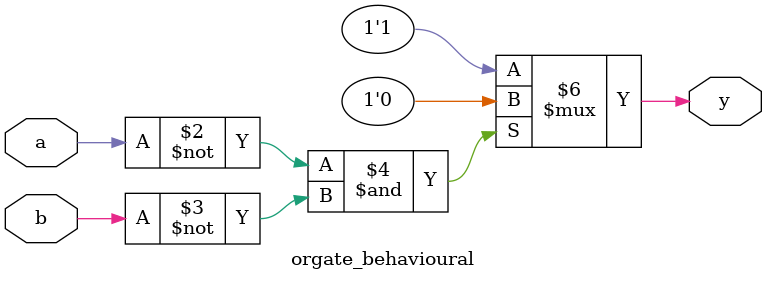
<source format=v>
module orgate_behavioural(a, b, y);

input a, b;
output reg y;

always@(*)
begin
    if (a == 0 & b == 0)
        y = 1'b0;
    else
        y = 1'b1;
end
endmodule
</source>
